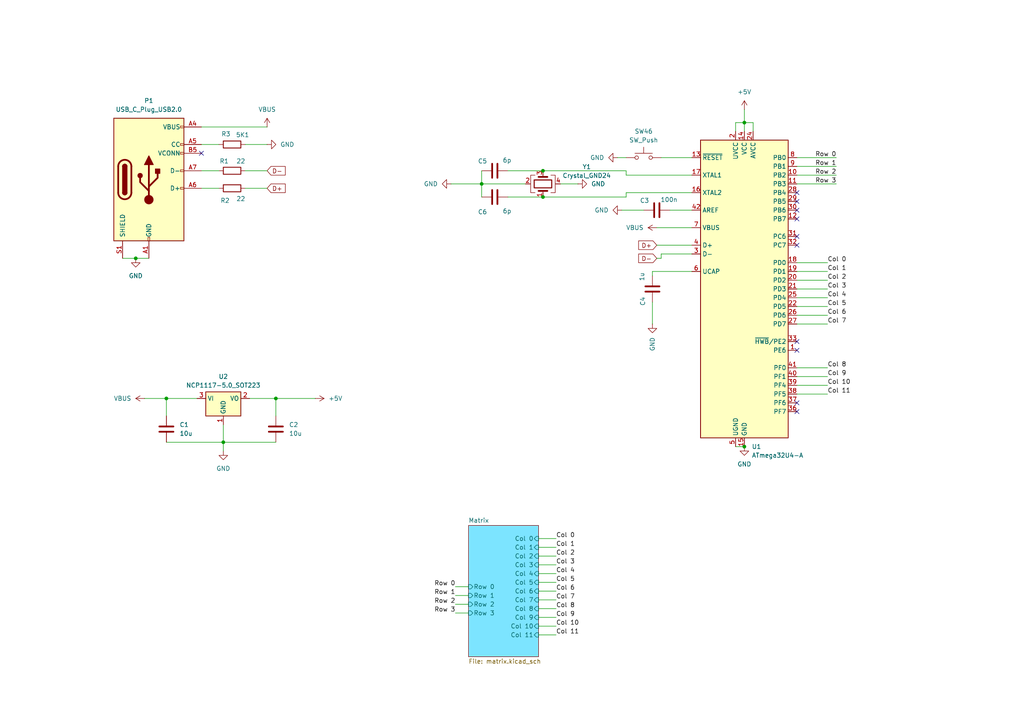
<source format=kicad_sch>
(kicad_sch (version 20250114) (generator "eeschema") (generator_version "9.0")
  (paper "A4")
  (lib_symbols
    (symbol "Connector:USB_C_Plug_USB2.0" (pin_names (offset 1.016))
      (property "Reference" "P" (at -10.16 19.05 0))
      (property "Value" "USB_C_Plug_USB2.0" (at 12.7 19.05 0))
      (symbol "USB_C_Plug_USB2.0_0_0"
        (rectangle (start -0.254 -17.78) (end 0.254 -16.764))
        (rectangle (start 10.16 15.494) (end 9.144 14.986))
        (rectangle (start 10.16 10.414) (end 9.144 9.906))
        (rectangle (start 10.16 7.874) (end 9.144 7.366))
        (rectangle (start 10.16 2.794) (end 9.144 2.286))
        (rectangle (start 10.16 -2.286) (end 9.144 -2.794))
      )
      (symbol "USB_C_Plug_USB2.0_0_1"
        (rectangle (start -10.16 17.78) (end 10.16 -17.78) (stroke (width 0.254)) (fill (type background)))
        (polyline (pts (xy -8.89 -3.81) (xy -8.89 3.81)) (stroke (width 0.508)))
        (rectangle (start -7.62 -3.81) (end -6.35 3.81) (stroke (width 0.254)) (fill (type outline)))
        (arc (start -7.62 3.81) (mid -6.985 4.4423) (end -6.35 3.81) (stroke (width 0.254)))
        (arc (start -7.62 3.81) (mid -6.985 4.4423) (end -6.35 3.81) (stroke (width 0.254)) (fill (type outline)))
        (arc (start -8.89 3.81) (mid -6.985 5.7067) (end -5.08 3.81) (stroke (width 0.508)))
        (arc (start -5.08 -3.81) (mid -6.985 -5.7067) (end -8.89 -3.81) (stroke (width 0.508)))
        (arc (start -6.35 -3.81) (mid -6.985 -4.4423) (end -7.62 -3.81) (stroke (width 0.254)))
        (arc (start -6.35 -3.81) (mid -6.985 -4.4423) (end -7.62 -3.81) (stroke (width 0.254)) (fill (type outline)))
        (polyline (pts (xy -5.08 3.81) (xy -5.08 -3.81)) (stroke (width 0.508)))
        (circle (center -2.54 1.143) (radius 0.635) (stroke (width 0.254)) (fill (type outline)))
        (polyline (pts (xy -1.27 4.318) (xy 0 6.858) (xy 1.27 4.318) (xy -1.27 4.318)) (stroke (width 0.254)) (fill (type outline)))
        (polyline (pts (xy 0 -2.032) (xy 2.54 0.508) (xy 2.54 1.778)) (stroke (width 0.508)))
        (polyline (pts (xy 0 -3.302) (xy -2.54 -0.762) (xy -2.54 0.508)) (stroke (width 0.508)))
        (polyline (pts (xy 0 -5.842) (xy 0 4.318)) (stroke (width 0.508)))
        (circle (center 0 -5.842) (radius 1.27) (fill (type outline)))
        (rectangle (start 1.905 1.778) (end 3.175 3.048) (stroke (width 0.254)) (fill (type outline)))
      )
      (symbol "USB_C_Plug_USB2.0_1_1"
        (pin passive line (at -7.62 -22.86 90) (length 5.08) (name "SHIELD") (number "S1"))
        (pin passive line (at 0 -22.86 90) (length 5.08) (name "GND") (number "A1"))
        (pin passive line (at 0 -22.86 90) (length 5.08) (hide yes) (name "GND") (number "A12"))
        (pin passive line (at 0 -22.86 90) (length 5.08) (hide yes) (name "GND") (number "B1"))
        (pin passive line (at 0 -22.86 90) (length 5.08) (hide yes) (name "GND") (number "B12"))
        (pin passive line (at 15.24 15.24 180) (length 5.08) (name "VBUS") (number "A4"))
        (pin passive line (at 15.24 15.24 180) (length 5.08) (hide yes) (name "VBUS") (number "A9"))
        (pin passive line (at 15.24 15.24 180) (length 5.08) (hide yes) (name "VBUS") (number "B4"))
        (pin passive line (at 15.24 15.24 180) (length 5.08) (hide yes) (name "VBUS") (number "B9"))
        (pin bidirectional line (at 15.24 10.16 180) (length 5.08) (name "CC") (number "A5"))
        (pin bidirectional line (at 15.24 7.62 180) (length 5.08) (name "VCONN") (number "B5"))
        (pin bidirectional line (at 15.24 2.54 180) (length 5.08) (name "D-") (number "A7"))
        (pin bidirectional line (at 15.24 -2.54 180) (length 5.08) (name "D+") (number "A6"))
      )
    )
    (symbol "Device:C" (pin_numbers (hide yes)) (pin_names (offset 0.254))
      (property "Reference" "C" (at 0.635 2.54 0))
      (property "Value" "C" (at 0.635 -2.54 0))
      (symbol "C_0_1"
        (polyline (pts (xy -2.032 0.762) (xy 2.032 0.762)) (stroke (width 0.508)))
        (polyline (pts (xy -2.032 -0.762) (xy 2.032 -0.762)) (stroke (width 0.508)))
      )
      (symbol "C_1_1"
        (pin passive line (at 0 3.81 270) (length 2.794) (name "~") (number "1"))
        (pin passive line (at 0 -3.81 90) (length 2.794) (name "~") (number "2"))
      )
    )
    (symbol "Device:Crystal_GND24" (pin_names (offset 1.016) (hide yes))
      (property "Reference" "Y" (at 3.175 5.08 0))
      (property "Value" "Crystal_GND24" (at 3.175 3.175 0))
      (symbol "Crystal_GND24_0_1"
        (polyline (pts (xy -2.54 2.286) (xy -2.54 3.556) (xy 2.54 3.556) (xy 2.54 2.286)))
        (polyline (pts (xy -2.54 0) (xy -2.032 0)))
        (polyline (pts (xy -2.54 -2.286) (xy -2.54 -3.556) (xy 2.54 -3.556) (xy 2.54 -2.286)))
        (polyline (pts (xy -2.032 -1.27) (xy -2.032 1.27)) (stroke (width 0.508)))
        (rectangle (start -1.143 2.54) (end 1.143 -2.54) (stroke (width 0.3048)))
        (polyline (pts (xy 0 3.556) (xy 0 3.81)))
        (polyline (pts (xy 0 -3.81) (xy 0 -3.556)))
        (polyline (pts (xy 2.032 0) (xy 2.54 0)))
        (polyline (pts (xy 2.032 -1.27) (xy 2.032 1.27)) (stroke (width 0.508)))
      )
      (symbol "Crystal_GND24_1_1"
        (pin passive line (at -3.81 0 0) (length 1.27) (name "1") (number "1"))
        (pin passive line (at 0 5.08 270) (length 1.27) (name "2") (number "2"))
        (pin passive line (at 0 -5.08 90) (length 1.27) (name "4") (number "4"))
        (pin passive line (at 3.81 0 180) (length 1.27) (name "3") (number "3"))
      )
    )
    (symbol "Device:R" (pin_numbers (hide yes)) (pin_names (offset 0))
      (property "Reference" "R" (at 2.032 0 90))
      (property "Value" "R" (at 0 0 90))
      (symbol "R_0_1"
        (rectangle (start -1.016 -2.54) (end 1.016 2.54) (stroke (width 0.254)))
      )
      (symbol "R_1_1"
        (pin passive line (at 0 3.81 270) (length 1.27) (name "~") (number "1"))
        (pin passive line (at 0 -3.81 90) (length 1.27) (name "~") (number "2"))
      )
    )
    (symbol "MCU_Microchip_ATmega:ATmega32U4-A"
      (property "Reference" "U1" (at 2.1433 -45.72 0))
      (property "Value" "ATmega32U4-A" (at 2.1433 -48.26 0))
      (symbol "ATmega32U4-A_0_1"
        (rectangle (start -12.7 -43.18) (end 12.7 43.18) (stroke (width 0.254)) (fill (type background)))
      )
      (symbol "ATmega32U4-A_1_1"
        (pin input line (at -15.24 38.1 0) (length 2.54) (name "~{RESET}") (number "13"))
        (pin input line (at -15.24 33.02 0) (length 2.54) (name "XTAL1") (number "17"))
        (pin output line (at -15.24 27.94 0) (length 2.54) (name "XTAL2") (number "16"))
        (pin passive line (at -15.24 22.86 0) (length 2.54) (name "AREF") (number "42"))
        (pin input line (at -15.24 17.78 0) (length 2.54) (name "VBUS") (number "7"))
        (pin bidirectional line (at -15.24 12.7 0) (length 2.54) (name "D+") (number "4"))
        (pin bidirectional line (at -15.24 10.16 0) (length 2.54) (name "D-") (number "3"))
        (pin passive line (at -15.24 5.08 0) (length 2.54) (name "UCAP") (number "6"))
        (pin power_in line (at -2.54 45.72 270) (length 2.54) (name "UVCC") (number "2"))
        (pin passive line (at -2.54 -45.72 90) (length 2.54) (name "UGND") (number "5"))
        (pin power_in line (at 0 45.72 270) (length 2.54) (name "VCC") (number "14"))
        (pin passive line (at 0 45.72 270) (length 2.54) (hide yes) (name "VCC") (number "34"))
        (pin passive line (at 0 -45.72 90) (length 2.54) (name "GND") (number "15"))
        (pin passive line (at 0 -45.72 90) (length 2.54) (hide yes) (name "GND") (number "23"))
        (pin passive line (at 0 -45.72 90) (length 2.54) (hide yes) (name "GND") (number "35"))
        (pin passive line (at 0 -45.72 90) (length 2.54) (hide yes) (name "GND") (number "43"))
        (pin power_in line (at 2.54 45.72 270) (length 2.54) (name "AVCC") (number "24"))
        (pin passive line (at 2.54 45.72 270) (length 2.54) (hide yes) (name "AVCC") (number "44"))
        (pin bidirectional line (at 15.24 38.1 180) (length 2.54) (name "PB0") (number "8"))
        (pin bidirectional line (at 15.24 35.56 180) (length 2.54) (name "PB1") (number "9"))
        (pin bidirectional line (at 15.24 33.02 180) (length 2.54) (name "PB2") (number "10"))
        (pin bidirectional line (at 15.24 30.48 180) (length 2.54) (name "PB3") (number "11"))
        (pin bidirectional line (at 15.24 27.94 180) (length 2.54) (name "PB4") (number "28"))
        (pin bidirectional line (at 15.24 25.4 180) (length 2.54) (name "PB5") (number "29"))
        (pin bidirectional line (at 15.24 22.86 180) (length 2.54) (name "PB6") (number "30"))
        (pin bidirectional line (at 15.24 20.32 180) (length 2.54) (name "PB7") (number "12"))
        (pin bidirectional line (at 15.24 15.24 180) (length 2.54) (name "PC6") (number "31"))
        (pin bidirectional line (at 15.24 12.7 180) (length 2.54) (name "PC7") (number "32"))
        (pin bidirectional line (at 15.24 7.62 180) (length 2.54) (name "PD0") (number "18"))
        (pin bidirectional line (at 15.24 5.08 180) (length 2.54) (name "PD1") (number "19"))
        (pin bidirectional line (at 15.24 2.54 180) (length 2.54) (name "PD2") (number "20"))
        (pin bidirectional line (at 15.24 0 180) (length 2.54) (name "PD3") (number "21"))
        (pin bidirectional line (at 15.24 -2.54 180) (length 2.54) (name "PD4") (number "25"))
        (pin bidirectional line (at 15.24 -5.08 180) (length 2.54) (name "PD5") (number "22"))
        (pin bidirectional line (at 15.24 -7.62 180) (length 2.54) (name "PD6") (number "26"))
        (pin bidirectional line (at 15.24 -10.16 180) (length 2.54) (name "PD7") (number "27"))
        (pin bidirectional line (at 15.24 -15.24 180) (length 2.54) (name "~{HWB}/PE2") (number "33"))
        (pin bidirectional line (at 15.24 -17.78 180) (length 2.54) (name "PE6") (number "1"))
        (pin bidirectional line (at 15.24 -22.86 180) (length 2.54) (name "PF0") (number "41"))
        (pin bidirectional line (at 15.24 -25.4 180) (length 2.54) (name "PF1") (number "40"))
        (pin bidirectional line (at 15.24 -27.94 180) (length 2.54) (name "PF4") (number "39"))
        (pin bidirectional line (at 15.24 -30.48 180) (length 2.54) (name "PF5") (number "38"))
        (pin bidirectional line (at 15.24 -33.02 180) (length 2.54) (name "PF6") (number "37"))
        (pin bidirectional line (at 15.24 -35.56 180) (length 2.54) (name "PF7") (number "36"))
      )
    )
    (symbol "Regulator_Linear:NCP1117-5.0_SOT223"
      (property "Reference" "U" (at -3.81 3.175 0))
      (property "Value" "NCP1117-5.0_SOT223" (at 0 3.175 0))
      (symbol "NCP1117-5.0_SOT223_0_1"
        (rectangle (start -5.08 -5.08) (end 5.08 1.905) (stroke (width 0.254)) (fill (type background)))
      )
      (symbol "NCP1117-5.0_SOT223_1_1"
        (pin power_in line (at -7.62 0 0) (length 2.54) (name "VI") (number "3"))
        (pin power_in line (at 0 -7.62 90) (length 2.54) (name "GND") (number "1"))
        (pin power_out line (at 7.62 0 180) (length 2.54) (name "VO") (number "2"))
      )
    )
    (symbol "Switch:SW_Push" (pin_numbers (hide yes)) (pin_names (offset 1.016) (hide yes))
      (property "Reference" "SW" (at 1.27 2.54 0))
      (property "Value" "SW_Push" (at 0 -1.524 0))
      (symbol "SW_Push_0_1"
        (circle (center -2.032 0) (radius 0.508))
        (polyline (pts (xy 0 1.27) (xy 0 3.048)))
        (circle (center 2.032 0) (radius 0.508))
        (polyline (pts (xy 2.54 1.27) (xy -2.54 1.27)))
        (pin passive line (at -5.08 0 0) (length 2.54) (name "1") (number "1"))
        (pin passive line (at 5.08 0 180) (length 2.54) (name "2") (number "2"))
      )
    )
    (symbol "power:+5V" (power) (pin_numbers (hide yes)) (pin_names (offset 0) (hide yes))
      (property "Value" "+5V" (at 0 3.556 0))
      (symbol "+5V_0_1"
        (polyline (pts (xy -0.762 1.27) (xy 0 2.54)))
        (polyline (pts (xy 0 2.54) (xy 0.762 1.27)))
        (polyline (pts (xy 0 0) (xy 0 2.54)))
      )
      (symbol "+5V_1_1"
        (pin power_in line (at 0 0 90) (length 0) (name "~") (number "1"))
      )
    )
    (symbol "power:GND" (power) (pin_numbers (hide yes)) (pin_names (offset 0) (hide yes))
      (property "Value" "GND" (at 0 -3.81 0))
      (symbol "GND_0_1"
        (polyline (pts (xy 0 0) (xy 0 -1.27) (xy 1.27 -1.27) (xy 0 -2.54) (xy -1.27 -1.27) (xy 0 -1.27)))
      )
      (symbol "GND_1_1"
        (pin power_in line (at 0 0 270) (length 0) (name "~") (number "1"))
      )
    )
  )
  (junction (at 139.7 53.34))
  (junction (at 48.26 115.57))
  (junction (at 80.01 115.57))
  (junction (at 64.77 128.27))
  (junction (at 215.9 129.54))
  (junction (at 215.9 35.56))
  (junction (at 39.37 74.93))
  (junction (at 157.48 57.15))
  (junction (at 157.48 49.53))
  (no_connect (at 231.14 99.06))
  (no_connect (at 231.14 119.38))
  (no_connect (at 231.14 58.42))
  (no_connect (at 231.14 116.84))
  (no_connect (at 231.14 71.12))
  (no_connect (at 231.14 55.88))
  (no_connect (at 231.14 101.6))
  (no_connect (at 231.14 68.58))
  (no_connect (at 231.14 63.5))
  (no_connect (at 58.42 44.45))
  (no_connect (at 231.14 60.96))
  (wire (pts (xy 231.14 76.2) (xy 240.03 76.2)))
  (wire (pts (xy 231.14 111.76) (xy 240.03 111.76)))
  (wire (pts (xy 191.77 73.66) (xy 200.66 73.66)))
  (wire (pts (xy 191.77 45.72) (xy 200.66 45.72)))
  (wire (pts (xy 189.23 78.74) (xy 189.23 80.01)))
  (wire (pts (xy 181.61 50.8) (xy 200.66 50.8)))
  (wire (pts (xy 71.12 41.91) (xy 77.47 41.91)))
  (wire (pts (xy 231.14 91.44) (xy 240.03 91.44)))
  (wire (pts (xy 157.48 49.53) (xy 181.61 49.53)))
  (wire (pts (xy 139.7 53.34) (xy 152.4 53.34)))
  (wire (pts (xy 200.66 78.74) (xy 189.23 78.74)))
  (wire (pts (xy 231.14 50.8) (xy 242.57 50.8)))
  (wire (pts (xy 130.81 53.34) (xy 139.7 53.34)))
  (wire (pts (xy 194.31 60.96) (xy 200.66 60.96)))
  (wire (pts (xy 231.14 88.9) (xy 240.03 88.9)))
  (wire (pts (xy 63.5 49.53) (xy 58.42 49.53)))
  (wire (pts (xy 132.08 175.26) (xy 135.89 175.26)))
  (wire (pts (xy 213.36 38.1) (xy 213.36 35.56)))
  (wire (pts (xy 147.32 49.53) (xy 157.48 49.53)))
  (wire (pts (xy 231.14 45.72) (xy 242.57 45.72)))
  (wire (pts (xy 156.21 173.99) (xy 161.29 173.99)))
  (wire (pts (xy 156.21 156.21) (xy 161.29 156.21)))
  (wire (pts (xy 191.77 74.93) (xy 191.77 73.66)))
  (wire (pts (xy 181.61 55.88) (xy 200.66 55.88)))
  (wire (pts (xy 157.48 57.15) (xy 181.61 57.15)))
  (wire (pts (xy 156.21 176.53) (xy 161.29 176.53)))
  (wire (pts (xy 231.14 93.98) (xy 240.03 93.98)))
  (wire (pts (xy 231.14 86.36) (xy 240.03 86.36)))
  (wire (pts (xy 180.34 60.96) (xy 186.69 60.96)))
  (wire (pts (xy 77.47 49.53) (xy 71.12 49.53)))
  (wire (pts (xy 64.77 128.27) (xy 64.77 123.19)))
  (wire (pts (xy 156.21 158.75) (xy 161.29 158.75)))
  (wire (pts (xy 35.56 74.93) (xy 39.37 74.93)))
  (wire (pts (xy 139.7 53.34) (xy 139.7 49.53)))
  (wire (pts (xy 64.77 130.81) (xy 64.77 128.27)))
  (wire (pts (xy 72.39 115.57) (xy 80.01 115.57)))
  (wire (pts (xy 48.26 115.57) (xy 48.26 120.65)))
  (wire (pts (xy 39.37 74.93) (xy 43.18 74.93)))
  (wire (pts (xy 156.21 163.83) (xy 161.29 163.83)))
  (wire (pts (xy 156.21 161.29) (xy 161.29 161.29)))
  (wire (pts (xy 231.14 83.82) (xy 240.03 83.82)))
  (wire (pts (xy 147.32 57.15) (xy 157.48 57.15)))
  (wire (pts (xy 156.21 168.91) (xy 161.29 168.91)))
  (wire (pts (xy 231.14 106.68) (xy 240.03 106.68)))
  (wire (pts (xy 213.36 35.56) (xy 215.9 35.56)))
  (wire (pts (xy 231.14 114.3) (xy 240.03 114.3)))
  (wire (pts (xy 190.5 74.93) (xy 191.77 74.93)))
  (wire (pts (xy 156.21 181.61) (xy 161.29 181.61)))
  (wire (pts (xy 162.56 53.34) (xy 167.64 53.34)))
  (wire (pts (xy 231.14 78.74) (xy 240.03 78.74)))
  (wire (pts (xy 77.47 54.61) (xy 71.12 54.61)))
  (wire (pts (xy 181.61 57.15) (xy 181.61 55.88)))
  (wire (pts (xy 231.14 109.22) (xy 240.03 109.22)))
  (wire (pts (xy 190.5 66.04) (xy 200.66 66.04)))
  (wire (pts (xy 58.42 41.91) (xy 63.5 41.91)))
  (wire (pts (xy 215.9 31.75) (xy 215.9 35.56)))
  (wire (pts (xy 215.9 35.56) (xy 215.9 38.1)))
  (wire (pts (xy 48.26 128.27) (xy 64.77 128.27)))
  (wire (pts (xy 213.36 129.54) (xy 215.9 129.54)))
  (wire (pts (xy 190.5 71.12) (xy 200.66 71.12)))
  (wire (pts (xy 132.08 170.18) (xy 135.89 170.18)))
  (wire (pts (xy 218.44 35.56) (xy 215.9 35.56)))
  (wire (pts (xy 132.08 177.8) (xy 135.89 177.8)))
  (wire (pts (xy 64.77 128.27) (xy 80.01 128.27)))
  (wire (pts (xy 58.42 36.83) (xy 77.47 36.83)))
  (wire (pts (xy 63.5 54.61) (xy 58.42 54.61)))
  (wire (pts (xy 231.14 48.26) (xy 242.57 48.26)))
  (wire (pts (xy 80.01 115.57) (xy 91.44 115.57)))
  (wire (pts (xy 156.21 184.15) (xy 161.29 184.15)))
  (wire (pts (xy 156.21 171.45) (xy 161.29 171.45)))
  (wire (pts (xy 139.7 53.34) (xy 139.7 57.15)))
  (wire (pts (xy 231.14 53.34) (xy 242.57 53.34)))
  (wire (pts (xy 41.91 115.57) (xy 48.26 115.57)))
  (wire (pts (xy 179.07 45.72) (xy 181.61 45.72)))
  (wire (pts (xy 80.01 115.57) (xy 80.01 120.65)))
  (wire (pts (xy 231.14 81.28) (xy 240.03 81.28)))
  (wire (pts (xy 132.08 172.72) (xy 135.89 172.72)))
  (wire (pts (xy 57.15 115.57) (xy 48.26 115.57)))
  (wire (pts (xy 156.21 179.07) (xy 161.29 179.07)))
  (wire (pts (xy 156.21 166.37) (xy 161.29 166.37)))
  (wire (pts (xy 218.44 38.1) (xy 218.44 35.56)))
  (wire (pts (xy 181.61 49.53) (xy 181.61 50.8)))
  (wire (pts (xy 189.23 93.98) (xy 189.23 87.63)))
  (label "Col 9" (at 240.03 109.22 0))
  (label "Row 0" (at 242.57 45.72 180))
  (label "Col 3" (at 240.03 83.82 0))
  (label "Col 4" (at 240.03 86.36 0))
  (label "Row 3" (at 132.08 177.8 180))
  (label "Col 10" (at 161.29 181.61 0))
  (label "Col 1" (at 161.29 158.75 0))
  (label "Col 2" (at 161.29 161.29 0))
  (label "Col 6" (at 240.03 91.44 0))
  (label "Col 0" (at 161.29 156.21 0))
  (label "Col 11" (at 161.29 184.15 0))
  (label "Col 9" (at 161.29 179.07 0))
  (label "Row 2" (at 132.08 175.26 180))
  (label "Col 11" (at 240.03 114.3 0))
  (label "Col 0" (at 240.03 76.2 0))
  (label "Col 5" (at 161.29 168.91 0))
  (label "Row 1" (at 132.08 172.72 180))
  (label "Col 7" (at 161.29 173.99 0))
  (label "Row 2" (at 242.57 50.8 180))
  (label "Col 8" (at 161.29 176.53 0))
  (label "Col 2" (at 240.03 81.28 0))
  (label "Col 8" (at 240.03 106.68 0))
  (label "Col 4" (at 161.29 166.37 0))
  (label "Col 1" (at 240.03 78.74 0))
  (label "Col 7" (at 240.03 93.98 0))
  (label "Row 3" (at 242.57 53.34 180))
  (label "Row 1" (at 242.57 48.26 180))
  (label "Col 5" (at 240.03 88.9 0))
  (label "Col 3" (at 161.29 163.83 0))
  (label "Row 0" (at 132.08 170.18 180))
  (label "Col 10" (at 240.03 111.76 0))
  (label "Col 6" (at 161.29 171.45 0))
  (global_label "D-" (shape input) (at 77.47 49.53 0) (property "Intersheetrefs" "${INTERSHEET_REFS}" (effects (hide yes))))
  (global_label "D+" (shape input) (at 190.5 71.12 180) (property "Intersheetrefs" "${INTERSHEET_REFS}" (effects (hide yes))))
  (global_label "D+" (shape input) (at 77.47 54.61 0) (property "Intersheetrefs" "${INTERSHEET_REFS}" (effects (hide yes))))
  (global_label "D-" (shape input) (at 190.5 74.93 180) (property "Intersheetrefs" "${INTERSHEET_REFS}" (effects (hide yes))))
  (symbol (lib_id "Device:C") (at 80.01 124.46 0) (unit 1)
    (property "Reference" "C2" (at 83.82 123.1899 0) (effects (justify left)))
    (property "Value" "10u" (at 83.82 125.7299 0) (effects (justify left)))
    (property "Footprint" "Capacitor_SMD:C_0805_2012Metric_Pad1.18x1.45mm_HandSolder" (effects (hide yes)))
    (property "Description" "Unpolarized capacitor" (effects (hide yes)))
  )
  (symbol (lib_id "power:GND") (at 77.47 41.91 90) (unit 1)
    (property "Reference" "#PWR03" (effects (hide yes)))
    (property "Value" "GND" (at 81.28 41.9099 90) (effects (justify right)))
    (property "Description" "Power symbol creates a global label with name \"GND\" , ground" (effects (hide yes)))
  )
  (symbol (lib_id "power:+5V") (at 77.47 36.83 0) (unit 1)
    (property "Reference" "#PWR015" (effects (hide yes)))
    (property "Value" "VBUS" (at 77.47 31.75 0))
    (property "Description" "Power symbol creates a global label with name \"+5V\"" (effects (hide yes)))
  )
  (symbol (lib_id "Connector:USB_C_Plug_USB2.0") (at 43.18 52.07 0) (unit 1)
    (property "Reference" "P1" (at 43.18 29.21 0))
    (property "Value" "USB_C_Plug_USB2.0" (at 43.18 31.75 0))
    (property "Footprint" "Connector_USB:USB_C_Receptacle_HRO_TYPE-C-31-M-12" (effects (hide yes)))
    (property "Datasheet" "https://www.usb.org/sites/default/files/documents/usb_type-c.zip" (effects (hide yes)))
    (property "Description" "USB 2.0-only Type-C Plug connector" (effects (hide yes)))
  )
  (symbol (lib_id "Device:R") (at 67.31 54.61 90) (unit 1)
    (property "Reference" "R2" (at 65.278 58.166 90))
    (property "Value" "22" (at 69.85 57.658 90))
    (property "Footprint" "Resistor_SMD:R_0402_1005Metric_Pad0.72x0.64mm_HandSolder" (effects (hide yes)))
    (property "Description" "Resistor" (effects (hide yes)))
  )
  (symbol (lib_id "Switch:SW_Push") (at 186.69 45.72 0) (unit 1)
    (property "Reference" "SW46" (at 186.69 38.1 0))
    (property "Value" "SW_Push" (at 186.69 40.64 0))
    (property "Footprint" "Button_Switch_SMD:SW_SPST_TL3342" (effects (hide yes)))
    (property "Description" "Push button switch, generic, two pins" (effects (hide yes)))
  )
  (symbol (lib_id "Device:C") (at 143.51 49.53 90) (unit 1)
    (property "Reference" "C5" (at 139.954 46.736 90))
    (property "Value" "6p" (at 147.066 46.482 90))
    (property "Footprint" "Capacitor_SMD:C_0805_2012Metric_Pad1.18x1.45mm_HandSolder" (effects (hide yes)))
    (property "Description" "Unpolarized capacitor" (effects (hide yes)))
  )
  (symbol (lib_id "Device:C") (at 189.23 83.82 180) (unit 1)
    (property "Reference" "C4" (at 186.436 87.376 90))
    (property "Value" "1u" (at 186.182 80.264 90))
    (property "Footprint" "Capacitor_SMD:C_0805_2012Metric_Pad1.18x1.45mm_HandSolder" (effects (hide yes)))
    (property "Description" "Unpolarized capacitor" (effects (hide yes)))
  )
  (symbol (lib_id "Device:R") (at 67.31 49.53 90) (unit 1)
    (property "Reference" "R1" (at 65.024 46.736 90))
    (property "Value" "22" (at 69.85 46.736 90))
    (property "Footprint" "Resistor_SMD:R_0402_1005Metric_Pad0.72x0.64mm_HandSolder" (effects (hide yes)))
    (property "Description" "Resistor" (effects (hide yes)))
  )
  (symbol (lib_id "Device:C") (at 190.5 60.96 90) (unit 1)
    (property "Reference" "C3" (at 186.944 58.166 90))
    (property "Value" "100n" (at 194.056 57.912 90))
    (property "Footprint" "Capacitor_SMD:C_0805_2012Metric_Pad1.18x1.45mm_HandSolder" (effects (hide yes)))
    (property "Description" "Unpolarized capacitor" (effects (hide yes)))
  )
  (symbol (lib_id "power:GND") (at 179.07 45.72 270) (unit 1)
    (property "Reference" "#PWR012" (effects (hide yes)))
    (property "Value" "GND" (at 175.26 45.7199 90) (effects (justify right)))
    (property "Description" "Power symbol creates a global label with name \"GND\" , ground" (effects (hide yes)))
  )
  (symbol (lib_id "power:GND") (at 180.34 60.96 270) (unit 1)
    (property "Reference" "#PWR010" (effects (hide yes)))
    (property "Value" "GND" (at 176.53 60.9599 90) (effects (justify right)))
    (property "Description" "Power symbol creates a global label with name \"GND\" , ground" (effects (hide yes)))
  )
  (symbol (lib_id "power:GND") (at 167.64 53.34 90) (unit 1)
    (property "Reference" "#PWR014" (effects (hide yes)))
    (property "Value" "GND" (at 171.45 53.3399 90) (effects (justify right)))
    (property "Description" "Power symbol creates a global label with name \"GND\" , ground" (effects (hide yes)))
  )
  (symbol (lib_id "power:GND") (at 130.81 53.34 270) (unit 1)
    (property "Reference" "#PWR013" (effects (hide yes)))
    (property "Value" "GND" (at 127 53.3399 90) (effects (justify right)))
    (property "Description" "Power symbol creates a global label with name \"GND\" , ground" (effects (hide yes)))
  )
  (symbol (lib_id "power:GND") (at 39.37 74.93 0) (unit 1)
    (property "Reference" "#PWR02" (effects (hide yes)))
    (property "Value" "GND" (at 39.37 80.01 0))
    (property "Description" "Power symbol creates a global label with name \"GND\" , ground" (effects (hide yes)))
  )
  (symbol (lib_id "MCU_Microchip_ATmega:ATmega32U4-A") (at 215.9 83.82 0) (unit 1)
    (property "Reference" "U1" (at 218.0433 129.54 0) (effects (justify left)))
    (property "Value" "ATmega32U4-A" (at 218.0433 132.08 0) (effects (justify left)))
    (property "Footprint" "Package_QFP:TQFP-44_10x10mm_P0.8mm" (effects (hide yes)))
    (property "Datasheet" "http://ww1.microchip.com/downloads/en/DeviceDoc/Atmel-7766-8-bit-AVR-ATmega16U4-32U4_Datasheet.pdf" (effects (hide yes)))
    (property "Description" "16MHz, 32kB Flash, 2.5kB SRAM, 1kB EEPROM, USB 2.0, TQFP-44" (effects (hide yes)))
  )
  (symbol (lib_id "power:GND") (at 215.9 129.54 0) (unit 1)
    (property "Reference" "#PWR01" (effects (hide yes)))
    (property "Value" "GND" (at 215.9 134.62 0))
    (property "Description" "Power symbol creates a global label with name \"GND\" , ground" (effects (hide yes)))
  )
  (symbol (lib_id "Device:C") (at 143.51 57.15 90) (unit 1)
    (property "Reference" "C6" (at 139.954 61.468 90))
    (property "Value" "6p" (at 147.066 61.214 90))
    (property "Footprint" "Capacitor_SMD:C_0805_2012Metric_Pad1.18x1.45mm_HandSolder" (effects (hide yes)))
    (property "Description" "Unpolarized capacitor" (effects (hide yes)))
  )
  (symbol (lib_id "Device:R") (at 67.31 41.91 90) (unit 1)
    (property "Reference" "R3" (at 65.532 38.862 90))
    (property "Value" "5K1" (at 70.358 39.116 90))
    (property "Footprint" "Resistor_SMD:R_0402_1005Metric_Pad0.72x0.64mm_HandSolder" (effects (hide yes)))
    (property "Description" "Resistor" (effects (hide yes)))
  )
  (symbol (lib_id "Regulator_Linear:NCP1117-5.0_SOT223") (at 64.77 115.57 0) (unit 1)
    (property "Reference" "U2" (at 64.77 109.22 0))
    (property "Value" "NCP1117-5.0_SOT223" (at 64.77 111.76 0))
    (property "Footprint" "Package_TO_SOT_SMD:SOT-223-3_TabPin2" (effects (hide yes)))
    (property "Datasheet" "http://www.onsemi.com/pub_link/Collateral/NCP1117-D.PDF" (effects (hide yes)))
    (property "Description" "1A Low drop-out regulator, Fixed Output 5V, SOT-223" (effects (hide yes)))
  )
  (symbol (lib_id "power:GND") (at 189.23 93.98 0) (unit 1)
    (property "Reference" "#PWR011" (effects (hide yes)))
    (property "Value" "GND" (at 189.2299 97.79 90) (effects (justify right)))
    (property "Description" "Power symbol creates a global label with name \"GND\" , ground" (effects (hide yes)))
  )
  (symbol (lib_id "power:+5V") (at 91.44 115.57 270) (unit 1)
    (property "Reference" "#PWR08" (effects (hide yes)))
    (property "Value" "+5V" (at 95.25 115.5699 90) (effects (justify left)))
    (property "Description" "Power symbol creates a global label with name \"+5V\"" (effects (hide yes)))
  )
  (symbol (lib_id "power:+5V") (at 190.5 66.04 90) (unit 1)
    (property "Reference" "#PWR05" (effects (hide yes)))
    (property "Value" "VBUS" (at 186.69 66.0399 90) (effects (justify left)))
    (property "Description" "Power symbol creates a global label with name \"+5V\"" (effects (hide yes)))
  )
  (symbol (lib_id "power:+5V") (at 41.91 115.57 90) (unit 1)
    (property "Reference" "#PWR07" (effects (hide yes)))
    (property "Value" "VBUS" (at 38.1 115.5699 90) (effects (justify left)))
    (property "Description" "Power symbol creates a global label with name \"+5V\"" (effects (hide yes)))
  )
  (symbol (lib_id "power:GND") (at 64.77 130.81 0) (unit 1)
    (property "Reference" "#PWR06" (effects (hide yes)))
    (property "Value" "GND" (at 64.77 135.89 0))
    (property "Description" "Power symbol creates a global label with name \"GND\" , ground" (effects (hide yes)))
  )
  (symbol (lib_id "power:+5V") (at 215.9 31.75 0) (unit 1)
    (property "Reference" "#PWR09" (effects (hide yes)))
    (property "Value" "+5V" (at 215.9 26.67 0))
    (property "Description" "Power symbol creates a global label with name \"+5V\"" (effects (hide yes)))
  )
  (symbol (lib_id "Device:Crystal_GND24") (at 157.48 53.34 90) (unit 1)
    (property "Reference" "Y1" (at 170.18 48.3868 90))
    (property "Value" "Crystal_GND24" (at 170.18 50.9268 90))
    (property "Footprint" "Crystal:Crystal_SMD_3225-4Pin_3.2x2.5mm_HandSoldering" (effects (hide yes)))
    (property "Description" "Four pin crystal, GND on pins 2 and 4" (effects (hide yes)))
  )
  (symbol (lib_id "Device:C") (at 48.26 124.46 0) (unit 1)
    (property "Reference" "C1" (at 52.07 123.1899 0) (effects (justify left)))
    (property "Value" "10u" (at 52.07 125.7299 0) (effects (justify left)))
    (property "Footprint" "Capacitor_SMD:C_0805_2012Metric_Pad1.18x1.45mm_HandSolder" (effects (hide yes)))
    (property "Description" "Unpolarized capacitor" (effects (hide yes)))
  )
  (sheet (at 135.89 152.4) (size 20.32 38.1) (stroke (width 0.1524)) (fill (color 124 228 255 1.0000))
    (property "Sheetname" "Matrix" (at 135.89 151.6884 0) (effects (justify left bottom)))
    (property "Sheetfile" "matrix.kicad_sch" (at 135.89 191.0846 0) (effects (justify left top)))
    (pin "Col 0" input (at 156.21 156.21 0))
    (pin "Col 10" input (at 156.21 181.61 0))
    (pin "Row 0" input (at 135.89 170.18 180))
    (pin "Col 7" input (at 156.21 173.99 0))
    (pin "Col 4" input (at 156.21 166.37 0))
    (pin "Col 11" input (at 156.21 184.15 0))
    (pin "Row 3" input (at 135.89 177.8 180))
    (pin "Col 2" input (at 156.21 161.29 0))
    (pin "Row 2" input (at 135.89 175.26 180))
    (pin "Row 1" input (at 135.89 172.72 180))
    (pin "Col 8" input (at 156.21 176.53 0))
    (pin "Col 5" input (at 156.21 168.91 0))
    (pin "Col 3" input (at 156.21 163.83 0))
    (pin "Col 6" input (at 156.21 171.45 0))
    (pin "Col 9" input (at 156.21 179.07 0))
    (pin "Col 1" input (at 156.21 158.75 0))
  )
)
</source>
